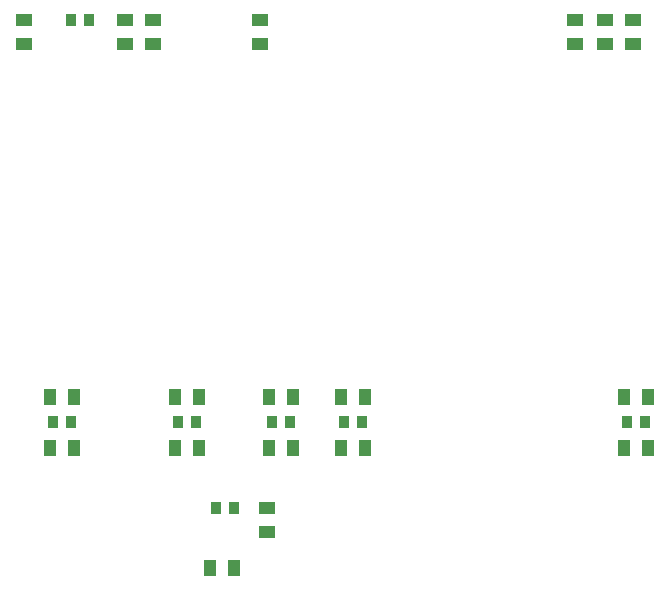
<source format=gbp>
G04*
G04 #@! TF.GenerationSoftware,Altium Limited,Altium Designer,20.2.4 (192)*
G04*
G04 Layer_Color=128*
%FSLAX25Y25*%
%MOIN*%
G70*
G04*
G04 #@! TF.SameCoordinates,F9DD2519-DED0-4D21-AB53-5B03216E6D2C*
G04*
G04*
G04 #@! TF.FilePolarity,Positive*
G04*
G01*
G75*
%ADD15R,0.03400X0.04200*%
%ADD16R,0.04000X0.05500*%
%ADD20R,0.05500X0.04000*%
D15*
X7000Y-11500D02*
D03*
X13000D02*
D03*
X55500Y-174000D02*
D03*
X61500D02*
D03*
X42882Y-145500D02*
D03*
X48882D02*
D03*
X198500D02*
D03*
X192500D02*
D03*
X104000D02*
D03*
X98000D02*
D03*
X1032Y-145468D02*
D03*
X7032D02*
D03*
X74221Y-145520D02*
D03*
X80221D02*
D03*
D16*
X61500Y-194000D02*
D03*
X53500D02*
D03*
X199500Y-137000D02*
D03*
X191500D02*
D03*
X49882D02*
D03*
X41882D02*
D03*
X41850Y-154032D02*
D03*
X49850D02*
D03*
X191500Y-154000D02*
D03*
X199500D02*
D03*
X105000Y-137000D02*
D03*
X97000D02*
D03*
Y-154000D02*
D03*
X105000D02*
D03*
X73200D02*
D03*
X81200D02*
D03*
X81221Y-137021D02*
D03*
X73220D02*
D03*
X32Y-136969D02*
D03*
X8032D02*
D03*
X8000Y-154000D02*
D03*
X0D02*
D03*
D20*
X194500Y-19500D02*
D03*
Y-11500D02*
D03*
X25000D02*
D03*
Y-19500D02*
D03*
X-8500Y-11500D02*
D03*
Y-19500D02*
D03*
X175000Y-11500D02*
D03*
Y-19500D02*
D03*
X185000Y-11500D02*
D03*
Y-19500D02*
D03*
X70000Y-11500D02*
D03*
Y-19500D02*
D03*
X34500Y-11500D02*
D03*
Y-19500D02*
D03*
X72500Y-174000D02*
D03*
Y-182000D02*
D03*
M02*

</source>
